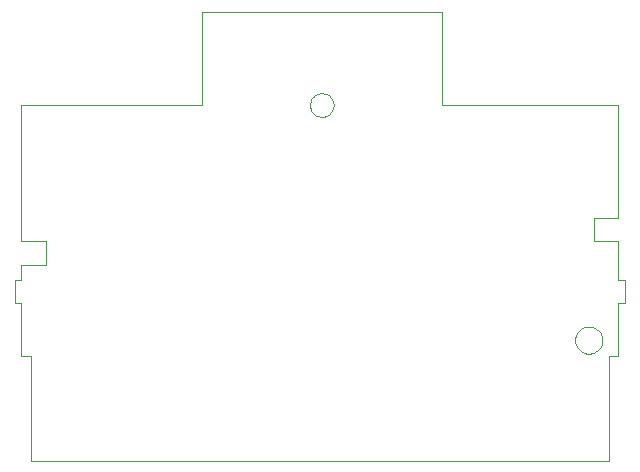
<source format=gbo>
G75*
%MOIN*%
%OFA0B0*%
%FSLAX24Y24*%
%IPPOS*%
%LPD*%
%AMOC8*
5,1,8,0,0,1.08239X$1,22.5*
%
%ADD10C,0.0000*%
D10*
X001051Y000509D02*
X020298Y000509D01*
X020298Y004008D01*
X020622Y004008D01*
X020622Y005767D01*
X020831Y005767D01*
X020831Y006530D01*
X020622Y006530D01*
X020622Y007850D01*
X019801Y007850D01*
X019801Y008614D01*
X020622Y008614D01*
X020622Y010929D01*
X020622Y012364D01*
X014739Y012364D01*
X014739Y014484D01*
X014739Y015484D01*
X013739Y015484D01*
X012739Y015484D01*
X011739Y015484D01*
X010739Y015484D01*
X009739Y015484D01*
X008739Y015484D01*
X007739Y015484D01*
X006739Y015484D01*
X006739Y014484D01*
X006739Y012364D01*
X000727Y012364D01*
X000727Y007850D01*
X001548Y007850D01*
X001548Y007040D01*
X000727Y007040D01*
X000727Y006530D01*
X000519Y006530D01*
X000519Y005767D01*
X000727Y005767D01*
X000727Y004008D01*
X001051Y004008D01*
X001051Y000509D01*
X010343Y012366D02*
X010345Y012405D01*
X010351Y012444D01*
X010361Y012482D01*
X010374Y012519D01*
X010391Y012554D01*
X010411Y012588D01*
X010435Y012619D01*
X010462Y012648D01*
X010491Y012674D01*
X010523Y012697D01*
X010557Y012717D01*
X010593Y012733D01*
X010630Y012745D01*
X010669Y012754D01*
X010708Y012759D01*
X010747Y012760D01*
X010786Y012757D01*
X010825Y012750D01*
X010862Y012739D01*
X010899Y012725D01*
X010934Y012707D01*
X010967Y012686D01*
X010998Y012661D01*
X011026Y012634D01*
X011051Y012604D01*
X011073Y012571D01*
X011092Y012537D01*
X011107Y012501D01*
X011119Y012463D01*
X011127Y012425D01*
X011131Y012386D01*
X011131Y012346D01*
X011127Y012307D01*
X011119Y012269D01*
X011107Y012231D01*
X011092Y012195D01*
X011073Y012161D01*
X011051Y012128D01*
X011026Y012098D01*
X010998Y012071D01*
X010967Y012046D01*
X010934Y012025D01*
X010899Y012007D01*
X010862Y011993D01*
X010825Y011982D01*
X010786Y011975D01*
X010747Y011972D01*
X010708Y011973D01*
X010669Y011978D01*
X010630Y011987D01*
X010593Y011999D01*
X010557Y012015D01*
X010523Y012035D01*
X010491Y012058D01*
X010462Y012084D01*
X010435Y012113D01*
X010411Y012144D01*
X010391Y012178D01*
X010374Y012213D01*
X010361Y012250D01*
X010351Y012288D01*
X010345Y012327D01*
X010343Y012366D01*
X020622Y010929D02*
X020622Y010929D01*
X019186Y004529D02*
X019188Y004571D01*
X019194Y004613D01*
X019204Y004655D01*
X019217Y004695D01*
X019235Y004734D01*
X019256Y004771D01*
X019280Y004805D01*
X019308Y004838D01*
X019338Y004868D01*
X019371Y004894D01*
X019406Y004918D01*
X019444Y004938D01*
X019483Y004954D01*
X019523Y004967D01*
X019565Y004976D01*
X019607Y004981D01*
X019650Y004982D01*
X019692Y004979D01*
X019734Y004972D01*
X019775Y004961D01*
X019815Y004946D01*
X019853Y004928D01*
X019890Y004906D01*
X019924Y004881D01*
X019956Y004853D01*
X019984Y004822D01*
X020010Y004788D01*
X020033Y004752D01*
X020052Y004715D01*
X020068Y004675D01*
X020080Y004634D01*
X020088Y004593D01*
X020092Y004550D01*
X020092Y004508D01*
X020088Y004465D01*
X020080Y004424D01*
X020068Y004383D01*
X020052Y004343D01*
X020033Y004306D01*
X020010Y004270D01*
X019984Y004236D01*
X019956Y004205D01*
X019924Y004177D01*
X019890Y004152D01*
X019853Y004130D01*
X019815Y004112D01*
X019775Y004097D01*
X019734Y004086D01*
X019692Y004079D01*
X019650Y004076D01*
X019607Y004077D01*
X019565Y004082D01*
X019523Y004091D01*
X019483Y004104D01*
X019444Y004120D01*
X019406Y004140D01*
X019371Y004164D01*
X019338Y004190D01*
X019308Y004220D01*
X019280Y004253D01*
X019256Y004287D01*
X019235Y004324D01*
X019217Y004363D01*
X019204Y004403D01*
X019194Y004445D01*
X019188Y004487D01*
X019186Y004529D01*
M02*

</source>
